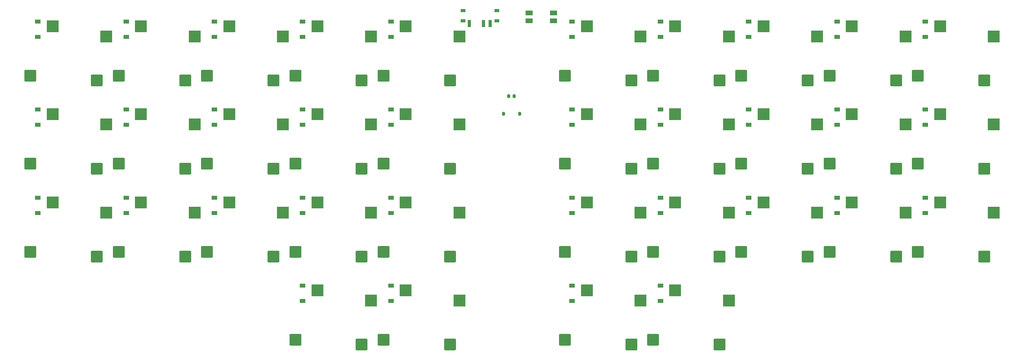
<source format=gbr>
%TF.GenerationSoftware,KiCad,Pcbnew,9.0.1*%
%TF.CreationDate,2025-05-05T17:51:07+08:00*%
%TF.ProjectId,board,626f6172-642e-46b6-9963-61645f706362,v1.0.0*%
%TF.SameCoordinates,Original*%
%TF.FileFunction,Paste,Bot*%
%TF.FilePolarity,Positive*%
%FSLAX46Y46*%
G04 Gerber Fmt 4.6, Leading zero omitted, Abs format (unit mm)*
G04 Created by KiCad (PCBNEW 9.0.1) date 2025-05-05 17:51:07*
%MOMM*%
%LPD*%
G01*
G04 APERTURE LIST*
G04 Aperture macros list*
%AMRoundRect*
0 Rectangle with rounded corners*
0 $1 Rounding radius*
0 $2 $3 $4 $5 $6 $7 $8 $9 X,Y pos of 4 corners*
0 Add a 4 corners polygon primitive as box body*
4,1,4,$2,$3,$4,$5,$6,$7,$8,$9,$2,$3,0*
0 Add four circle primitives for the rounded corners*
1,1,$1+$1,$2,$3*
1,1,$1+$1,$4,$5*
1,1,$1+$1,$6,$7*
1,1,$1+$1,$8,$9*
0 Add four rect primitives between the rounded corners*
20,1,$1+$1,$2,$3,$4,$5,0*
20,1,$1+$1,$4,$5,$6,$7,0*
20,1,$1+$1,$6,$7,$8,$9,0*
20,1,$1+$1,$8,$9,$2,$3,0*%
G04 Aperture macros list end*
%ADD10R,1.200000X0.900000*%
%ADD11RoundRect,0.250000X-1.050000X-1.000000X1.050000X-1.000000X1.050000X1.000000X-1.050000X1.000000X0*%
%ADD12R,2.600000X2.600000*%
%ADD13RoundRect,0.175000X0.175000X0.225000X-0.175000X0.225000X-0.175000X-0.225000X0.175000X-0.225000X0*%
%ADD14RoundRect,0.150000X0.150000X0.275000X-0.150000X0.275000X-0.150000X-0.275000X0.150000X-0.275000X0*%
%ADD15R,1.550000X1.000000*%
%ADD16R,1.000000X0.800000*%
%ADD17R,0.700000X1.500000*%
G04 APERTURE END LIST*
D10*
%TO.C,D29*%
X265540000Y-152330000D03*
X265540000Y-149030000D03*
%TD*%
%TO.C,D12*%
X150540000Y-133330000D03*
X150540000Y-130030000D03*
%TD*%
%TO.C,D23*%
X227540000Y-152330000D03*
X227540000Y-149030000D03*
%TD*%
%TO.C,D4*%
X112540000Y-152330000D03*
X112540000Y-149030000D03*
%TD*%
%TO.C,D16*%
X169540000Y-133330000D03*
X169540000Y-130030000D03*
%TD*%
%TO.C,D14*%
X169540000Y-171330000D03*
X169540000Y-168030000D03*
%TD*%
%TO.C,D1*%
X93540000Y-152330000D03*
X93540000Y-149030000D03*
%TD*%
%TO.C,D21*%
X208540000Y-114330000D03*
X208540000Y-111030000D03*
%TD*%
%TO.C,D30*%
X265540000Y-133330000D03*
X265540000Y-130030000D03*
%TD*%
%TO.C,D20*%
X208540000Y-133330000D03*
X208540000Y-130030000D03*
%TD*%
%TO.C,D11*%
X150540000Y-152330000D03*
X150540000Y-149030000D03*
%TD*%
%TO.C,D5*%
X112540000Y-133330000D03*
X112540000Y-130030000D03*
%TD*%
%TO.C,D19*%
X208540000Y-152330000D03*
X208540000Y-149030000D03*
%TD*%
%TO.C,D2*%
X93540000Y-133330000D03*
X93540000Y-130030000D03*
%TD*%
%TO.C,D7*%
X131540000Y-152330000D03*
X131540000Y-149030000D03*
%TD*%
%TO.C,D31*%
X265540000Y-114330000D03*
X265540000Y-111030000D03*
%TD*%
%TO.C,D13*%
X150540000Y-114330000D03*
X150540000Y-111030000D03*
%TD*%
%TO.C,D24*%
X227540000Y-133330000D03*
X227540000Y-130030000D03*
%TD*%
%TO.C,D15*%
X169540000Y-152330000D03*
X169540000Y-149030000D03*
%TD*%
%TO.C,D28*%
X246540000Y-114330000D03*
X246540000Y-111030000D03*
%TD*%
%TO.C,D26*%
X246540000Y-152330000D03*
X246540000Y-149030000D03*
%TD*%
%TO.C,D8*%
X131540000Y-133330000D03*
X131540000Y-130030000D03*
%TD*%
%TO.C,D22*%
X227540000Y-171330000D03*
X227540000Y-168030000D03*
%TD*%
%TO.C,D3*%
X93540000Y-114330000D03*
X93540000Y-111030000D03*
%TD*%
%TO.C,D27*%
X246540000Y-133330000D03*
X246540000Y-130030000D03*
%TD*%
%TO.C,D10*%
X150540000Y-171330000D03*
X150540000Y-168030000D03*
%TD*%
%TO.C,D17*%
X169540000Y-114330000D03*
X169540000Y-111030000D03*
%TD*%
%TO.C,D25*%
X227540000Y-114330000D03*
X227540000Y-111030000D03*
%TD*%
%TO.C,D34*%
X284540000Y-114330000D03*
X284540000Y-111030000D03*
%TD*%
%TO.C,D9*%
X131540000Y-114330000D03*
X131540000Y-111030000D03*
%TD*%
%TO.C,D6*%
X112540000Y-114330000D03*
X112540000Y-111030000D03*
%TD*%
%TO.C,D18*%
X208540000Y-171330000D03*
X208540000Y-168030000D03*
%TD*%
%TO.C,D33*%
X284540000Y-133330000D03*
X284540000Y-130030000D03*
%TD*%
%TO.C,D32*%
X284540000Y-152330000D03*
X284540000Y-149030000D03*
%TD*%
D11*
%TO.C,S31*%
X263950000Y-122700000D03*
X278250000Y-123750000D03*
%TD*%
%TO.C,S7*%
X129950000Y-160700000D03*
X144250000Y-161750000D03*
%TD*%
D12*
%TO.C,S65*%
X268725000Y-112050000D03*
X280275000Y-114250000D03*
%TD*%
%TO.C,S49*%
X172725000Y-150050000D03*
X184275000Y-152250000D03*
%TD*%
%TO.C,S42*%
X134725000Y-131050000D03*
X146275000Y-133250000D03*
%TD*%
D13*
%TO.C,CONN1*%
X193750000Y-130900000D03*
X197250000Y-130900000D03*
D14*
X196100000Y-127125000D03*
X194900000Y-127125000D03*
%TD*%
D11*
%TO.C,S4*%
X110950000Y-160700000D03*
X125250000Y-161750000D03*
%TD*%
D12*
%TO.C,S64*%
X268725000Y-131050000D03*
X280275000Y-133250000D03*
%TD*%
%TO.C,S63*%
X268725000Y-150050000D03*
X280275000Y-152250000D03*
%TD*%
D11*
%TO.C,S29*%
X263950000Y-160700000D03*
X278250000Y-161750000D03*
%TD*%
%TO.C,S26*%
X244950000Y-160700000D03*
X259250000Y-161750000D03*
%TD*%
D12*
%TO.C,S59*%
X230725000Y-112050000D03*
X242275000Y-114250000D03*
%TD*%
D11*
%TO.C,S16*%
X167950000Y-141700000D03*
X182250000Y-142750000D03*
%TD*%
%TO.C,S6*%
X110950000Y-122700000D03*
X125250000Y-123750000D03*
%TD*%
%TO.C,S5*%
X110950000Y-141700000D03*
X125250000Y-142750000D03*
%TD*%
%TO.C,S1*%
X91950000Y-160700000D03*
X106250000Y-161750000D03*
%TD*%
D12*
%TO.C,S39*%
X115725000Y-131050000D03*
X127275000Y-133250000D03*
%TD*%
%TO.C,S41*%
X134725000Y-150050000D03*
X146275000Y-152250000D03*
%TD*%
D11*
%TO.C,S2*%
X91950000Y-141700000D03*
X106250000Y-142750000D03*
%TD*%
D12*
%TO.C,S47*%
X153725000Y-112050000D03*
X165275000Y-114250000D03*
%TD*%
%TO.C,S55*%
X211725000Y-112050000D03*
X223275000Y-114250000D03*
%TD*%
D11*
%TO.C,S24*%
X225950000Y-141700000D03*
X240250000Y-142750000D03*
%TD*%
D12*
%TO.C,S52*%
X211725000Y-169050000D03*
X223275000Y-171250000D03*
%TD*%
D11*
%TO.C,S12*%
X148950000Y-141700000D03*
X163250000Y-142750000D03*
%TD*%
D12*
%TO.C,S35*%
X96725000Y-150050000D03*
X108275000Y-152250000D03*
%TD*%
D11*
%TO.C,S14*%
X167950000Y-179700000D03*
X182250000Y-180750000D03*
%TD*%
%TO.C,S33*%
X282950000Y-141700000D03*
X297250000Y-142750000D03*
%TD*%
D12*
%TO.C,S45*%
X153725000Y-150050000D03*
X165275000Y-152250000D03*
%TD*%
%TO.C,S57*%
X230725000Y-150050000D03*
X242275000Y-152250000D03*
%TD*%
%TO.C,S54*%
X211725000Y-131050000D03*
X223275000Y-133250000D03*
%TD*%
%TO.C,S62*%
X249725000Y-112050000D03*
X261275000Y-114250000D03*
%TD*%
%TO.C,S37*%
X96725000Y-112050000D03*
X108275000Y-114250000D03*
%TD*%
D15*
%TO.C,RST1*%
X199255000Y-109150000D03*
X199255000Y-110850000D03*
X204505000Y-109150000D03*
X204505000Y-110850000D03*
%TD*%
D11*
%TO.C,S15*%
X167950000Y-160700000D03*
X182250000Y-161750000D03*
%TD*%
%TO.C,S30*%
X263950000Y-141700000D03*
X278250000Y-142750000D03*
%TD*%
D12*
%TO.C,S68*%
X287725000Y-112050000D03*
X299275000Y-114250000D03*
%TD*%
%TO.C,S58*%
X230725000Y-131050000D03*
X242275000Y-133250000D03*
%TD*%
D11*
%TO.C,S8*%
X129950000Y-141700000D03*
X144250000Y-142750000D03*
%TD*%
%TO.C,S9*%
X129950000Y-122700000D03*
X144250000Y-123750000D03*
%TD*%
D12*
%TO.C,S67*%
X287725000Y-131050000D03*
X299275000Y-133250000D03*
%TD*%
D11*
%TO.C,S22*%
X225950000Y-179700000D03*
X240250000Y-180750000D03*
%TD*%
D12*
%TO.C,S44*%
X153725000Y-169050000D03*
X165275000Y-171250000D03*
%TD*%
%TO.C,S38*%
X115725000Y-150050000D03*
X127275000Y-152250000D03*
%TD*%
D11*
%TO.C,S13*%
X148950000Y-122700000D03*
X163250000Y-123750000D03*
%TD*%
%TO.C,S23*%
X225950000Y-160700000D03*
X240250000Y-161750000D03*
%TD*%
D12*
%TO.C,S43*%
X134725000Y-112050000D03*
X146275000Y-114250000D03*
%TD*%
D11*
%TO.C,S3*%
X91950000Y-122700000D03*
X106250000Y-123750000D03*
%TD*%
D12*
%TO.C,S48*%
X172725000Y-169050000D03*
X184275000Y-171250000D03*
%TD*%
D11*
%TO.C,S34*%
X282950000Y-122700000D03*
X297250000Y-123750000D03*
%TD*%
%TO.C,S25*%
X225950000Y-122700000D03*
X240250000Y-123750000D03*
%TD*%
D12*
%TO.C,S46*%
X153725000Y-131050000D03*
X165275000Y-133250000D03*
%TD*%
D11*
%TO.C,S10*%
X148950000Y-179700000D03*
X163250000Y-180750000D03*
%TD*%
%TO.C,S28*%
X244950000Y-122700000D03*
X259250000Y-123750000D03*
%TD*%
D12*
%TO.C,S50*%
X172725000Y-131050000D03*
X184275000Y-133250000D03*
%TD*%
D11*
%TO.C,S20*%
X206950000Y-141700000D03*
X221250000Y-142750000D03*
%TD*%
D12*
%TO.C,S36*%
X96725000Y-131050000D03*
X108275000Y-133250000D03*
%TD*%
%TO.C,S40*%
X115725000Y-112050000D03*
X127275000Y-114250000D03*
%TD*%
D11*
%TO.C,S17*%
X167950000Y-122700000D03*
X182250000Y-123750000D03*
%TD*%
D16*
%TO.C,PWR1*%
X185030000Y-110835000D03*
X192330000Y-110835000D03*
X185030000Y-108625000D03*
X192330000Y-108625000D03*
D17*
X186430000Y-111485000D03*
X189430000Y-111485000D03*
X190930000Y-111485000D03*
%TD*%
D11*
%TO.C,S27*%
X244950000Y-141700000D03*
X259250000Y-142750000D03*
%TD*%
D12*
%TO.C,S51*%
X172725000Y-112050000D03*
X184275000Y-114250000D03*
%TD*%
%TO.C,S53*%
X211725000Y-150050000D03*
X223275000Y-152250000D03*
%TD*%
D11*
%TO.C,S21*%
X206950000Y-122700000D03*
X221250000Y-123750000D03*
%TD*%
%TO.C,S11*%
X148950000Y-160700000D03*
X163250000Y-161750000D03*
%TD*%
D12*
%TO.C,S56*%
X230725000Y-169050000D03*
X242275000Y-171250000D03*
%TD*%
D11*
%TO.C,S18*%
X206950000Y-179700000D03*
X221250000Y-180750000D03*
%TD*%
D12*
%TO.C,S60*%
X249725000Y-150050000D03*
X261275000Y-152250000D03*
%TD*%
%TO.C,S61*%
X249725000Y-131050000D03*
X261275000Y-133250000D03*
%TD*%
%TO.C,S66*%
X287725000Y-150050000D03*
X299275000Y-152250000D03*
%TD*%
D11*
%TO.C,S32*%
X282950000Y-160700000D03*
X297250000Y-161750000D03*
%TD*%
%TO.C,S19*%
X206950000Y-160700000D03*
X221250000Y-161750000D03*
%TD*%
M02*

</source>
